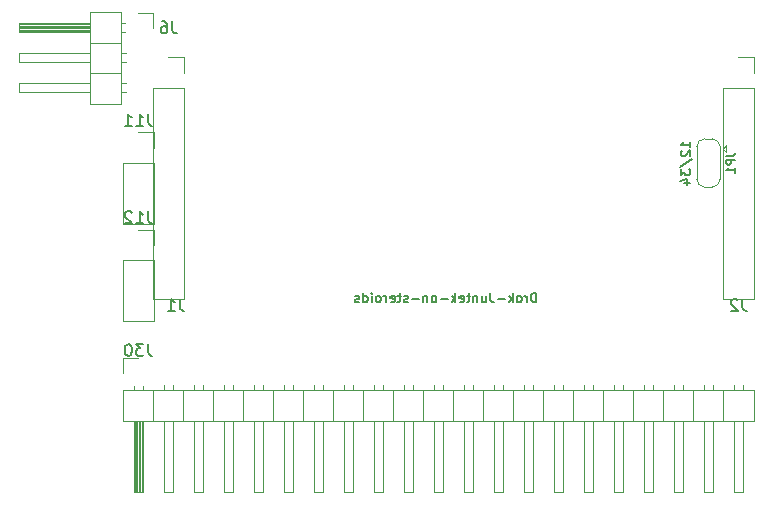
<source format=gbo>
G04 #@! TF.GenerationSoftware,KiCad,Pcbnew,(5.1.10)-1*
G04 #@! TF.CreationDate,2021-08-26T20:40:18+02:00*
G04 #@! TF.ProjectId,JuntekOnSteroidsTTGO,4a756e74-656b-44f6-9e53-7465726f6964,2.5*
G04 #@! TF.SameCoordinates,PX5b716c8PY5b716c8*
G04 #@! TF.FileFunction,Legend,Bot*
G04 #@! TF.FilePolarity,Positive*
%FSLAX46Y46*%
G04 Gerber Fmt 4.6, Leading zero omitted, Abs format (unit mm)*
G04 Created by KiCad (PCBNEW (5.1.10)-1) date 2021-08-26 20:40:18*
%MOMM*%
%LPD*%
G01*
G04 APERTURE LIST*
%ADD10C,0.150000*%
%ADD11C,0.120000*%
G04 APERTURE END LIST*
D10*
X51796904Y24193334D02*
X51796904Y24650477D01*
X51796904Y24421905D02*
X50996904Y24421905D01*
X51111190Y24498096D01*
X51187380Y24574286D01*
X51225476Y24650477D01*
X51073095Y23888572D02*
X51035000Y23850477D01*
X50996904Y23774286D01*
X50996904Y23583810D01*
X51035000Y23507620D01*
X51073095Y23469524D01*
X51149285Y23431429D01*
X51225476Y23431429D01*
X51339761Y23469524D01*
X51796904Y23926667D01*
X51796904Y23431429D01*
X50958809Y22517143D02*
X51987380Y23202858D01*
X50996904Y22326667D02*
X50996904Y21831429D01*
X51301666Y22098096D01*
X51301666Y21983810D01*
X51339761Y21907620D01*
X51377857Y21869524D01*
X51454047Y21831429D01*
X51644523Y21831429D01*
X51720714Y21869524D01*
X51758809Y21907620D01*
X51796904Y21983810D01*
X51796904Y22212381D01*
X51758809Y22288572D01*
X51720714Y22326667D01*
X51263571Y21145715D02*
X51796904Y21145715D01*
X50958809Y21336191D02*
X51530238Y21526667D01*
X51530238Y21031429D01*
X38772142Y11068096D02*
X38772142Y11868096D01*
X38581666Y11868096D01*
X38467380Y11830000D01*
X38391190Y11753810D01*
X38353095Y11677620D01*
X38315000Y11525239D01*
X38315000Y11410953D01*
X38353095Y11258572D01*
X38391190Y11182381D01*
X38467380Y11106191D01*
X38581666Y11068096D01*
X38772142Y11068096D01*
X37972142Y11068096D02*
X37972142Y11601429D01*
X37972142Y11449048D02*
X37934047Y11525239D01*
X37895952Y11563334D01*
X37819761Y11601429D01*
X37743571Y11601429D01*
X37362619Y11068096D02*
X37438809Y11106191D01*
X37476904Y11144286D01*
X37515000Y11220477D01*
X37515000Y11449048D01*
X37476904Y11525239D01*
X37438809Y11563334D01*
X37362619Y11601429D01*
X37248333Y11601429D01*
X37172142Y11563334D01*
X37134047Y11525239D01*
X37095952Y11449048D01*
X37095952Y11220477D01*
X37134047Y11144286D01*
X37172142Y11106191D01*
X37248333Y11068096D01*
X37362619Y11068096D01*
X36753095Y11068096D02*
X36753095Y11868096D01*
X36676904Y11372858D02*
X36448333Y11068096D01*
X36448333Y11601429D02*
X36753095Y11296667D01*
X36105476Y11372858D02*
X35495952Y11372858D01*
X34886428Y11868096D02*
X34886428Y11296667D01*
X34924523Y11182381D01*
X35000714Y11106191D01*
X35115000Y11068096D01*
X35191190Y11068096D01*
X34162619Y11601429D02*
X34162619Y11068096D01*
X34505476Y11601429D02*
X34505476Y11182381D01*
X34467380Y11106191D01*
X34391190Y11068096D01*
X34276904Y11068096D01*
X34200714Y11106191D01*
X34162619Y11144286D01*
X33781666Y11601429D02*
X33781666Y11068096D01*
X33781666Y11525239D02*
X33743571Y11563334D01*
X33667380Y11601429D01*
X33553095Y11601429D01*
X33476904Y11563334D01*
X33438809Y11487143D01*
X33438809Y11068096D01*
X33172142Y11601429D02*
X32867380Y11601429D01*
X33057857Y11868096D02*
X33057857Y11182381D01*
X33019761Y11106191D01*
X32943571Y11068096D01*
X32867380Y11068096D01*
X32295952Y11106191D02*
X32372142Y11068096D01*
X32524523Y11068096D01*
X32600714Y11106191D01*
X32638809Y11182381D01*
X32638809Y11487143D01*
X32600714Y11563334D01*
X32524523Y11601429D01*
X32372142Y11601429D01*
X32295952Y11563334D01*
X32257857Y11487143D01*
X32257857Y11410953D01*
X32638809Y11334762D01*
X31915000Y11068096D02*
X31915000Y11868096D01*
X31838809Y11372858D02*
X31610238Y11068096D01*
X31610238Y11601429D02*
X31915000Y11296667D01*
X31267380Y11372858D02*
X30657857Y11372858D01*
X30162619Y11068096D02*
X30238809Y11106191D01*
X30276904Y11144286D01*
X30315000Y11220477D01*
X30315000Y11449048D01*
X30276904Y11525239D01*
X30238809Y11563334D01*
X30162619Y11601429D01*
X30048333Y11601429D01*
X29972142Y11563334D01*
X29934047Y11525239D01*
X29895952Y11449048D01*
X29895952Y11220477D01*
X29934047Y11144286D01*
X29972142Y11106191D01*
X30048333Y11068096D01*
X30162619Y11068096D01*
X29553095Y11601429D02*
X29553095Y11068096D01*
X29553095Y11525239D02*
X29515000Y11563334D01*
X29438809Y11601429D01*
X29324523Y11601429D01*
X29248333Y11563334D01*
X29210238Y11487143D01*
X29210238Y11068096D01*
X28829285Y11372858D02*
X28219761Y11372858D01*
X27876904Y11106191D02*
X27800714Y11068096D01*
X27648333Y11068096D01*
X27572142Y11106191D01*
X27534047Y11182381D01*
X27534047Y11220477D01*
X27572142Y11296667D01*
X27648333Y11334762D01*
X27762619Y11334762D01*
X27838809Y11372858D01*
X27876904Y11449048D01*
X27876904Y11487143D01*
X27838809Y11563334D01*
X27762619Y11601429D01*
X27648333Y11601429D01*
X27572142Y11563334D01*
X27305476Y11601429D02*
X27000714Y11601429D01*
X27191190Y11868096D02*
X27191190Y11182381D01*
X27153095Y11106191D01*
X27076904Y11068096D01*
X27000714Y11068096D01*
X26429285Y11106191D02*
X26505476Y11068096D01*
X26657857Y11068096D01*
X26734047Y11106191D01*
X26772142Y11182381D01*
X26772142Y11487143D01*
X26734047Y11563334D01*
X26657857Y11601429D01*
X26505476Y11601429D01*
X26429285Y11563334D01*
X26391190Y11487143D01*
X26391190Y11410953D01*
X26772142Y11334762D01*
X26048333Y11068096D02*
X26048333Y11601429D01*
X26048333Y11449048D02*
X26010238Y11525239D01*
X25972142Y11563334D01*
X25895952Y11601429D01*
X25819761Y11601429D01*
X25438809Y11068096D02*
X25515000Y11106191D01*
X25553095Y11144286D01*
X25591190Y11220477D01*
X25591190Y11449048D01*
X25553095Y11525239D01*
X25515000Y11563334D01*
X25438809Y11601429D01*
X25324523Y11601429D01*
X25248333Y11563334D01*
X25210238Y11525239D01*
X25172142Y11449048D01*
X25172142Y11220477D01*
X25210238Y11144286D01*
X25248333Y11106191D01*
X25324523Y11068096D01*
X25438809Y11068096D01*
X24829285Y11068096D02*
X24829285Y11601429D01*
X24829285Y11868096D02*
X24867380Y11830000D01*
X24829285Y11791905D01*
X24791190Y11830000D01*
X24829285Y11868096D01*
X24829285Y11791905D01*
X24105476Y11068096D02*
X24105476Y11868096D01*
X24105476Y11106191D02*
X24181666Y11068096D01*
X24334047Y11068096D01*
X24410238Y11106191D01*
X24448333Y11144286D01*
X24486428Y11220477D01*
X24486428Y11449048D01*
X24448333Y11525239D01*
X24410238Y11563334D01*
X24334047Y11601429D01*
X24181666Y11601429D01*
X24105476Y11563334D01*
X23762619Y11106191D02*
X23686428Y11068096D01*
X23534047Y11068096D01*
X23457857Y11106191D01*
X23419761Y11182381D01*
X23419761Y11220477D01*
X23457857Y11296667D01*
X23534047Y11334762D01*
X23648333Y11334762D01*
X23724523Y11372858D01*
X23762619Y11449048D01*
X23762619Y11487143D01*
X23724523Y11563334D01*
X23648333Y11601429D01*
X23534047Y11601429D01*
X23457857Y11563334D01*
D11*
G04 #@! TO.C,J12*
X6410000Y17205000D02*
X5080000Y17205000D01*
X6410000Y15875000D02*
X6410000Y17205000D01*
X6410000Y14605000D02*
X3750000Y14605000D01*
X3750000Y14605000D02*
X3750000Y9465000D01*
X6410000Y14605000D02*
X6410000Y9465000D01*
X6410000Y9465000D02*
X3750000Y9465000D01*
G04 #@! TO.C,J11*
X6410000Y25460000D02*
X5080000Y25460000D01*
X6410000Y24130000D02*
X6410000Y25460000D01*
X6410000Y22860000D02*
X3750000Y22860000D01*
X3750000Y22860000D02*
X3750000Y17720000D01*
X6410000Y22860000D02*
X6410000Y17720000D01*
X6410000Y17720000D02*
X3750000Y17720000D01*
G04 #@! TO.C,JP1*
X52340000Y24260000D02*
X52340000Y21460000D01*
X53040000Y20810000D02*
X53640000Y20810000D01*
X54340000Y21460000D02*
X54340000Y24260000D01*
X53640000Y24910000D02*
X53040000Y24910000D01*
X54540000Y24060000D02*
X54840000Y24360000D01*
X54840000Y24360000D02*
X54840000Y23760000D01*
X54540000Y24060000D02*
X54840000Y23760000D01*
X53040000Y24910000D02*
G75*
G03*
X52340000Y24210000I0J-700000D01*
G01*
X54340000Y24210000D02*
G75*
G03*
X53640000Y24910000I-700000J0D01*
G01*
X53640000Y20810000D02*
G75*
G03*
X54340000Y21510000I0J700000D01*
G01*
X52340000Y21510000D02*
G75*
G03*
X53040000Y20810000I700000J0D01*
G01*
G04 #@! TO.C,J30*
X3750000Y3640000D02*
X57210000Y3640000D01*
X57210000Y3640000D02*
X57210000Y980000D01*
X57210000Y980000D02*
X3750000Y980000D01*
X3750000Y980000D02*
X3750000Y3640000D01*
X4700000Y980000D02*
X4700000Y-5020000D01*
X4700000Y-5020000D02*
X5460000Y-5020000D01*
X5460000Y-5020000D02*
X5460000Y980000D01*
X4760000Y980000D02*
X4760000Y-5020000D01*
X4880000Y980000D02*
X4880000Y-5020000D01*
X5000000Y980000D02*
X5000000Y-5020000D01*
X5120000Y980000D02*
X5120000Y-5020000D01*
X5240000Y980000D02*
X5240000Y-5020000D01*
X5360000Y980000D02*
X5360000Y-5020000D01*
X4700000Y3970000D02*
X4700000Y3640000D01*
X5460000Y3970000D02*
X5460000Y3640000D01*
X6350000Y3640000D02*
X6350000Y980000D01*
X7240000Y980000D02*
X7240000Y-5020000D01*
X7240000Y-5020000D02*
X8000000Y-5020000D01*
X8000000Y-5020000D02*
X8000000Y980000D01*
X7240000Y4037071D02*
X7240000Y3640000D01*
X8000000Y4037071D02*
X8000000Y3640000D01*
X8890000Y3640000D02*
X8890000Y980000D01*
X9780000Y980000D02*
X9780000Y-5020000D01*
X9780000Y-5020000D02*
X10540000Y-5020000D01*
X10540000Y-5020000D02*
X10540000Y980000D01*
X9780000Y4037071D02*
X9780000Y3640000D01*
X10540000Y4037071D02*
X10540000Y3640000D01*
X11430000Y3640000D02*
X11430000Y980000D01*
X12320000Y980000D02*
X12320000Y-5020000D01*
X12320000Y-5020000D02*
X13080000Y-5020000D01*
X13080000Y-5020000D02*
X13080000Y980000D01*
X12320000Y4037071D02*
X12320000Y3640000D01*
X13080000Y4037071D02*
X13080000Y3640000D01*
X13970000Y3640000D02*
X13970000Y980000D01*
X14860000Y980000D02*
X14860000Y-5020000D01*
X14860000Y-5020000D02*
X15620000Y-5020000D01*
X15620000Y-5020000D02*
X15620000Y980000D01*
X14860000Y4037071D02*
X14860000Y3640000D01*
X15620000Y4037071D02*
X15620000Y3640000D01*
X16510000Y3640000D02*
X16510000Y980000D01*
X17400000Y980000D02*
X17400000Y-5020000D01*
X17400000Y-5020000D02*
X18160000Y-5020000D01*
X18160000Y-5020000D02*
X18160000Y980000D01*
X17400000Y4037071D02*
X17400000Y3640000D01*
X18160000Y4037071D02*
X18160000Y3640000D01*
X19050000Y3640000D02*
X19050000Y980000D01*
X19940000Y980000D02*
X19940000Y-5020000D01*
X19940000Y-5020000D02*
X20700000Y-5020000D01*
X20700000Y-5020000D02*
X20700000Y980000D01*
X19940000Y4037071D02*
X19940000Y3640000D01*
X20700000Y4037071D02*
X20700000Y3640000D01*
X21590000Y3640000D02*
X21590000Y980000D01*
X22480000Y980000D02*
X22480000Y-5020000D01*
X22480000Y-5020000D02*
X23240000Y-5020000D01*
X23240000Y-5020000D02*
X23240000Y980000D01*
X22480000Y4037071D02*
X22480000Y3640000D01*
X23240000Y4037071D02*
X23240000Y3640000D01*
X24130000Y3640000D02*
X24130000Y980000D01*
X25020000Y980000D02*
X25020000Y-5020000D01*
X25020000Y-5020000D02*
X25780000Y-5020000D01*
X25780000Y-5020000D02*
X25780000Y980000D01*
X25020000Y4037071D02*
X25020000Y3640000D01*
X25780000Y4037071D02*
X25780000Y3640000D01*
X26670000Y3640000D02*
X26670000Y980000D01*
X27560000Y980000D02*
X27560000Y-5020000D01*
X27560000Y-5020000D02*
X28320000Y-5020000D01*
X28320000Y-5020000D02*
X28320000Y980000D01*
X27560000Y4037071D02*
X27560000Y3640000D01*
X28320000Y4037071D02*
X28320000Y3640000D01*
X29210000Y3640000D02*
X29210000Y980000D01*
X30100000Y980000D02*
X30100000Y-5020000D01*
X30100000Y-5020000D02*
X30860000Y-5020000D01*
X30860000Y-5020000D02*
X30860000Y980000D01*
X30100000Y4037071D02*
X30100000Y3640000D01*
X30860000Y4037071D02*
X30860000Y3640000D01*
X31750000Y3640000D02*
X31750000Y980000D01*
X32640000Y980000D02*
X32640000Y-5020000D01*
X32640000Y-5020000D02*
X33400000Y-5020000D01*
X33400000Y-5020000D02*
X33400000Y980000D01*
X32640000Y4037071D02*
X32640000Y3640000D01*
X33400000Y4037071D02*
X33400000Y3640000D01*
X34290000Y3640000D02*
X34290000Y980000D01*
X35180000Y980000D02*
X35180000Y-5020000D01*
X35180000Y-5020000D02*
X35940000Y-5020000D01*
X35940000Y-5020000D02*
X35940000Y980000D01*
X35180000Y4037071D02*
X35180000Y3640000D01*
X35940000Y4037071D02*
X35940000Y3640000D01*
X36830000Y3640000D02*
X36830000Y980000D01*
X37720000Y980000D02*
X37720000Y-5020000D01*
X37720000Y-5020000D02*
X38480000Y-5020000D01*
X38480000Y-5020000D02*
X38480000Y980000D01*
X37720000Y4037071D02*
X37720000Y3640000D01*
X38480000Y4037071D02*
X38480000Y3640000D01*
X39370000Y3640000D02*
X39370000Y980000D01*
X40260000Y980000D02*
X40260000Y-5020000D01*
X40260000Y-5020000D02*
X41020000Y-5020000D01*
X41020000Y-5020000D02*
X41020000Y980000D01*
X40260000Y4037071D02*
X40260000Y3640000D01*
X41020000Y4037071D02*
X41020000Y3640000D01*
X41910000Y3640000D02*
X41910000Y980000D01*
X42800000Y980000D02*
X42800000Y-5020000D01*
X42800000Y-5020000D02*
X43560000Y-5020000D01*
X43560000Y-5020000D02*
X43560000Y980000D01*
X42800000Y4037071D02*
X42800000Y3640000D01*
X43560000Y4037071D02*
X43560000Y3640000D01*
X44450000Y3640000D02*
X44450000Y980000D01*
X45340000Y980000D02*
X45340000Y-5020000D01*
X45340000Y-5020000D02*
X46100000Y-5020000D01*
X46100000Y-5020000D02*
X46100000Y980000D01*
X45340000Y4037071D02*
X45340000Y3640000D01*
X46100000Y4037071D02*
X46100000Y3640000D01*
X46990000Y3640000D02*
X46990000Y980000D01*
X47880000Y980000D02*
X47880000Y-5020000D01*
X47880000Y-5020000D02*
X48640000Y-5020000D01*
X48640000Y-5020000D02*
X48640000Y980000D01*
X47880000Y4037071D02*
X47880000Y3640000D01*
X48640000Y4037071D02*
X48640000Y3640000D01*
X49530000Y3640000D02*
X49530000Y980000D01*
X50420000Y980000D02*
X50420000Y-5020000D01*
X50420000Y-5020000D02*
X51180000Y-5020000D01*
X51180000Y-5020000D02*
X51180000Y980000D01*
X50420000Y4037071D02*
X50420000Y3640000D01*
X51180000Y4037071D02*
X51180000Y3640000D01*
X52070000Y3640000D02*
X52070000Y980000D01*
X52960000Y980000D02*
X52960000Y-5020000D01*
X52960000Y-5020000D02*
X53720000Y-5020000D01*
X53720000Y-5020000D02*
X53720000Y980000D01*
X52960000Y4037071D02*
X52960000Y3640000D01*
X53720000Y4037071D02*
X53720000Y3640000D01*
X54610000Y3640000D02*
X54610000Y980000D01*
X55500000Y980000D02*
X55500000Y-5020000D01*
X55500000Y-5020000D02*
X56260000Y-5020000D01*
X56260000Y-5020000D02*
X56260000Y980000D01*
X55500000Y4037071D02*
X55500000Y3640000D01*
X56260000Y4037071D02*
X56260000Y3640000D01*
X5080000Y6350000D02*
X3810000Y6350000D01*
X3810000Y6350000D02*
X3810000Y5080000D01*
G04 #@! TO.C,J6*
X3640000Y35620000D02*
X3640000Y27880000D01*
X3640000Y27880000D02*
X980000Y27880000D01*
X980000Y27880000D02*
X980000Y35620000D01*
X980000Y35620000D02*
X3640000Y35620000D01*
X980000Y34670000D02*
X-5020000Y34670000D01*
X-5020000Y34670000D02*
X-5020000Y33910000D01*
X-5020000Y33910000D02*
X980000Y33910000D01*
X980000Y34610000D02*
X-5020000Y34610000D01*
X980000Y34490000D02*
X-5020000Y34490000D01*
X980000Y34370000D02*
X-5020000Y34370000D01*
X980000Y34250000D02*
X-5020000Y34250000D01*
X980000Y34130000D02*
X-5020000Y34130000D01*
X980000Y34010000D02*
X-5020000Y34010000D01*
X3970000Y34670000D02*
X3640000Y34670000D01*
X3970000Y33910000D02*
X3640000Y33910000D01*
X3640000Y33020000D02*
X980000Y33020000D01*
X980000Y32130000D02*
X-5020000Y32130000D01*
X-5020000Y32130000D02*
X-5020000Y31370000D01*
X-5020000Y31370000D02*
X980000Y31370000D01*
X4037071Y32130000D02*
X3640000Y32130000D01*
X4037071Y31370000D02*
X3640000Y31370000D01*
X3640000Y30480000D02*
X980000Y30480000D01*
X980000Y29590000D02*
X-5020000Y29590000D01*
X-5020000Y29590000D02*
X-5020000Y28830000D01*
X-5020000Y28830000D02*
X980000Y28830000D01*
X4037071Y29590000D02*
X3640000Y29590000D01*
X4037071Y28830000D02*
X3640000Y28830000D01*
X6350000Y34290000D02*
X6350000Y35560000D01*
X6350000Y35560000D02*
X5080000Y35560000D01*
G04 #@! TO.C,J2*
X57210000Y31810000D02*
X55880000Y31810000D01*
X57210000Y30480000D02*
X57210000Y31810000D01*
X57210000Y29210000D02*
X54550000Y29210000D01*
X54550000Y29210000D02*
X54550000Y11370000D01*
X57210000Y29210000D02*
X57210000Y11370000D01*
X57210000Y11370000D02*
X54550000Y11370000D01*
G04 #@! TO.C,J1*
X8950000Y31810000D02*
X7620000Y31810000D01*
X8950000Y30480000D02*
X8950000Y31810000D01*
X8950000Y29210000D02*
X6290000Y29210000D01*
X6290000Y29210000D02*
X6290000Y11370000D01*
X8950000Y29210000D02*
X8950000Y11370000D01*
X8950000Y11370000D02*
X6290000Y11370000D01*
G04 #@! TO.C,J12*
D10*
X5889523Y18752620D02*
X5889523Y18038334D01*
X5937142Y17895477D01*
X6032380Y17800239D01*
X6175238Y17752620D01*
X6270476Y17752620D01*
X4889523Y17752620D02*
X5460952Y17752620D01*
X5175238Y17752620D02*
X5175238Y18752620D01*
X5270476Y18609762D01*
X5365714Y18514524D01*
X5460952Y18466905D01*
X4508571Y18657381D02*
X4460952Y18705000D01*
X4365714Y18752620D01*
X4127619Y18752620D01*
X4032380Y18705000D01*
X3984761Y18657381D01*
X3937142Y18562143D01*
X3937142Y18466905D01*
X3984761Y18324048D01*
X4556190Y17752620D01*
X3937142Y17752620D01*
G04 #@! TO.C,J11*
X5889523Y27007620D02*
X5889523Y26293334D01*
X5937142Y26150477D01*
X6032380Y26055239D01*
X6175238Y26007620D01*
X6270476Y26007620D01*
X4889523Y26007620D02*
X5460952Y26007620D01*
X5175238Y26007620D02*
X5175238Y27007620D01*
X5270476Y26864762D01*
X5365714Y26769524D01*
X5460952Y26721905D01*
X3937142Y26007620D02*
X4508571Y26007620D01*
X4222857Y26007620D02*
X4222857Y27007620D01*
X4318095Y26864762D01*
X4413333Y26769524D01*
X4508571Y26721905D01*
G04 #@! TO.C,JP1*
X54861666Y23443334D02*
X55361666Y23443334D01*
X55461666Y23476667D01*
X55528333Y23543334D01*
X55561666Y23643334D01*
X55561666Y23710000D01*
X55561666Y23110000D02*
X54861666Y23110000D01*
X54861666Y22843334D01*
X54895000Y22776667D01*
X54928333Y22743334D01*
X54995000Y22710000D01*
X55095000Y22710000D01*
X55161666Y22743334D01*
X55195000Y22776667D01*
X55228333Y22843334D01*
X55228333Y23110000D01*
X55561666Y22043334D02*
X55561666Y22443334D01*
X55561666Y22243334D02*
X54861666Y22243334D01*
X54961666Y22310000D01*
X55028333Y22376667D01*
X55061666Y22443334D01*
G04 #@! TO.C,J30*
X5889523Y7532620D02*
X5889523Y6818334D01*
X5937142Y6675477D01*
X6032380Y6580239D01*
X6175238Y6532620D01*
X6270476Y6532620D01*
X5508571Y7532620D02*
X4889523Y7532620D01*
X5222857Y7151667D01*
X5080000Y7151667D01*
X4984761Y7104048D01*
X4937142Y7056429D01*
X4889523Y6961191D01*
X4889523Y6723096D01*
X4937142Y6627858D01*
X4984761Y6580239D01*
X5080000Y6532620D01*
X5365714Y6532620D01*
X5460952Y6580239D01*
X5508571Y6627858D01*
X4270476Y7532620D02*
X4175238Y7532620D01*
X4080000Y7485000D01*
X4032380Y7437381D01*
X3984761Y7342143D01*
X3937142Y7151667D01*
X3937142Y6913572D01*
X3984761Y6723096D01*
X4032380Y6627858D01*
X4080000Y6580239D01*
X4175238Y6532620D01*
X4270476Y6532620D01*
X4365714Y6580239D01*
X4413333Y6627858D01*
X4460952Y6723096D01*
X4508571Y6913572D01*
X4508571Y7151667D01*
X4460952Y7342143D01*
X4413333Y7437381D01*
X4365714Y7485000D01*
X4270476Y7532620D01*
G04 #@! TO.C,J6*
X7953333Y34837620D02*
X7953333Y34123334D01*
X8000952Y33980477D01*
X8096190Y33885239D01*
X8239047Y33837620D01*
X8334285Y33837620D01*
X7048571Y34837620D02*
X7239047Y34837620D01*
X7334285Y34790000D01*
X7381904Y34742381D01*
X7477142Y34599524D01*
X7524761Y34409048D01*
X7524761Y34028096D01*
X7477142Y33932858D01*
X7429523Y33885239D01*
X7334285Y33837620D01*
X7143809Y33837620D01*
X7048571Y33885239D01*
X7000952Y33932858D01*
X6953333Y34028096D01*
X6953333Y34266191D01*
X7000952Y34361429D01*
X7048571Y34409048D01*
X7143809Y34456667D01*
X7334285Y34456667D01*
X7429523Y34409048D01*
X7477142Y34361429D01*
X7524761Y34266191D01*
G04 #@! TO.C,J2*
X56213333Y11342620D02*
X56213333Y10628334D01*
X56260952Y10485477D01*
X56356190Y10390239D01*
X56499047Y10342620D01*
X56594285Y10342620D01*
X55784761Y11247381D02*
X55737142Y11295000D01*
X55641904Y11342620D01*
X55403809Y11342620D01*
X55308571Y11295000D01*
X55260952Y11247381D01*
X55213333Y11152143D01*
X55213333Y11056905D01*
X55260952Y10914048D01*
X55832380Y10342620D01*
X55213333Y10342620D01*
G04 #@! TO.C,J1*
X8588333Y11342620D02*
X8588333Y10628334D01*
X8635952Y10485477D01*
X8731190Y10390239D01*
X8874047Y10342620D01*
X8969285Y10342620D01*
X7588333Y10342620D02*
X8159761Y10342620D01*
X7874047Y10342620D02*
X7874047Y11342620D01*
X7969285Y11199762D01*
X8064523Y11104524D01*
X8159761Y11056905D01*
G04 #@! TD*
M02*

</source>
